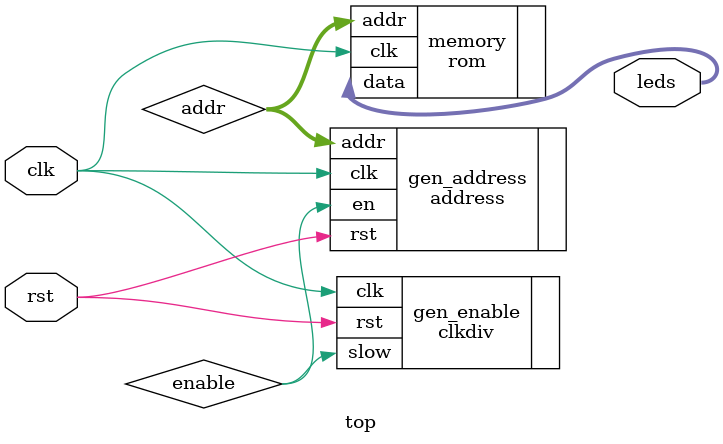
<source format=sv>
`timescale 1ns / 1ps


module top #(parameter div = 50_000_000, depth = 10)(input clk, rst, output [7:0] leds);

wire [$clog2(depth)-1:0] addr;

//shreg shift_reg(.clk(clk), .rst(rst), .en(enable),.leds(leds));
clkdiv #(.div(div)) gen_enable (.clk(clk),.rst(rst),.slow(enable));
rom #(.depth(depth)) memory (.clk(clk), .addr(addr),.data(leds));
address #(.depth(depth)) gen_address (
    .clk(clk),
    .rst(rst),
    .en(enable),
    .addr(addr)
    );
endmodule

</source>
